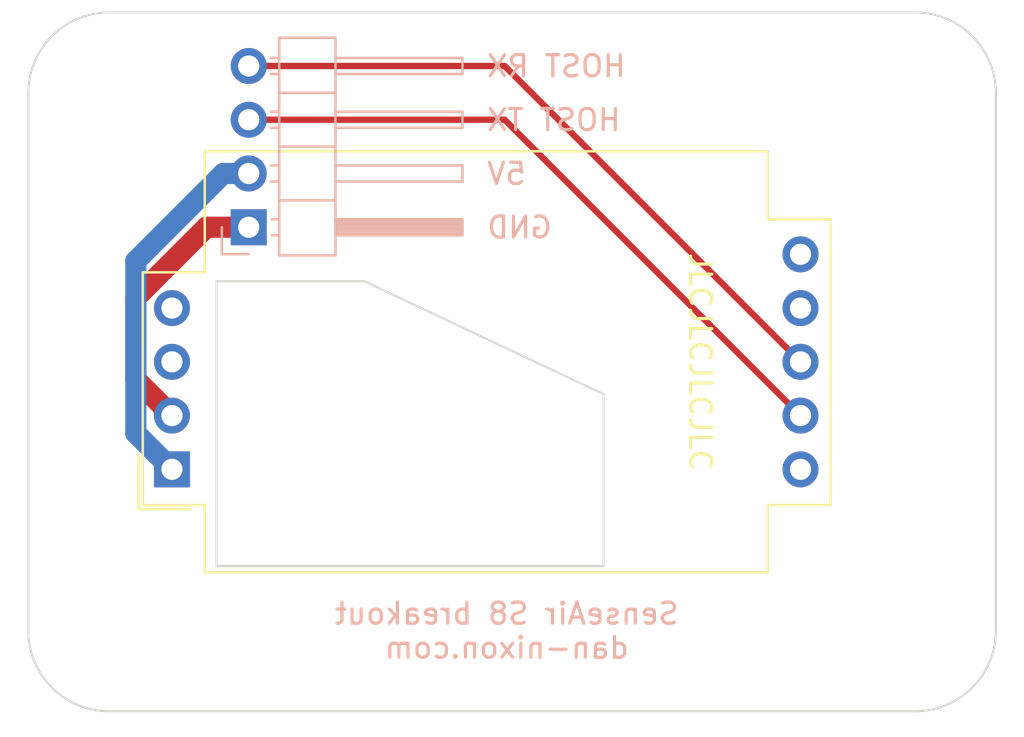
<source format=kicad_pcb>
(kicad_pcb (version 20221018) (generator pcbnew)
  (layers (0 "F.Cu" signal) (31 "B.Cu" signal) (34 "B.Paste" user) (35 "F.Paste" user) (36 "B.SilkS" user "B.Silkscreen") (37 "F.SilkS" user "F.Silkscreen") (38 "B.Mask" user) (39 "F.Mask" user) (44 "Edge.Cuts" user))
  (net 0 "")
  (net 1 "GND")
  (net 2 "+5V")
  (net 3 "/UART_TX")
  (net 4 "/UART_RX")
  (footprint "MountingHole:MountingHole_3.2mm_M3" (layer "F.Cu") (at 88.9 114.3)
    (fp_text reference "H2" hide)
    (fp_text value "MountingHole")
    (pad "" np_thru_hole circle (at 0 0) (size 3.2 3.2) (drill 3.2) (layers "*.Cu" "*.Mask"))
  )
  (footprint "MountingHole:MountingHole_3.2mm_M3" (layer "F.Cu") (at 127 88.9)
    (fp_text reference "H3" hide)
    (fp_text value "MountingHole")
    (pad "" np_thru_hole circle (at 0 0) (size 3.2 3.2) (drill 3.2) (layers "*.Cu" "*.Mask"))
  )
  (footprint "Sensor:Senseair_S8_Down" (layer "F.Cu") (at 91.8775 106.68)
    (fp_text reference "U1" hide)
    (fp_text value "004-0-0053")
    (fp_line (start -1.58 1.89) (end -1.58 -0.68) (stroke (width 0.12)) (layer "F.SilkS"))
    (fp_line (start -1.38 -9.31) (end -1.38 1.69) (stroke (width 0.12)) (layer "F.SilkS"))
    (fp_line (start 0.85 1.89) (end -1.58 1.89) (stroke (width 0.12)) (layer "F.SilkS"))
    (fp_line (start 1.55 -9.31) (end -1.38 -9.31) (stroke (width 0.12)) (layer "F.SilkS"))
    (fp_line (start 1.55 -9.31) (end 1.55 -15.03) (stroke (width 0.12)) (layer "F.SilkS"))
    (fp_line (start 1.55 1.69) (end -1.38 1.69) (stroke (width 0.12)) (layer "F.SilkS"))
    (fp_line (start 1.55 4.87) (end 1.55 1.69) (stroke (width 0.12)) (layer "F.SilkS"))
    (fp_line (start 1.55 4.87) (end 28.15 4.87) (stroke (width 0.12)) (layer "F.SilkS"))
    (fp_line (start 28.15 -15.03) (end 1.55 -15.03) (stroke (width 0.12)) (layer "F.SilkS"))
    (fp_line (start 28.15 -15.03) (end 28.15 -11.81) (stroke (width 0.12)) (layer "F.SilkS"))
    (fp_line (start 28.15 1.69) (end 28.15 4.87) (stroke (width 0.12)) (layer "F.SilkS"))
    (fp_line (start 31.12 -11.81) (end 28.15 -11.81) (stroke (width 0.12)) (layer "F.SilkS"))
    (fp_line (start 31.12 -11.81) (end 31.12 1.69) (stroke (width 0.12)) (layer "F.SilkS"))
    (fp_line (start 31.12 1.69) (end 28.15 1.69) (stroke (width 0.12)) (layer "F.SilkS"))
    (pad "1" thru_hole rect (at 0 0) (size 1.7 1.7) (drill 1) (layers "*.Cu" "*.Mask") (net 2 "+5V"))
    (pad "2" thru_hole circle (at 0 -2.54) (size 1.7 1.7) (drill 1) (layers "*.Cu" "*.Mask") (net 1 "GND"))
    (pad "3" thru_hole circle (at 0 -5.08) (size 1.7 1.7) (drill 1) (layers "*.Cu" "*.Mask"))
    (pad "4" thru_hole circle (at 0 -7.62) (size 1.7 1.7) (drill 1) (layers "*.Cu" "*.Mask"))
    (pad "5" thru_hole circle (at 29.7 -10.16) (size 1.7 1.7) (drill 1) (layers "*.Cu" "*.Mask"))
    (pad "6" thru_hole circle (at 29.7 -7.62) (size 1.7 1.7) (drill 1) (layers "*.Cu" "*.Mask"))
    (pad "7" thru_hole circle (at 29.7 -5.08) (size 1.7 1.7) (drill 1) (layers "*.Cu" "*.Mask") (net 4 "/UART_RX"))
    (pad "8" thru_hole circle (at 29.7 -2.54) (size 1.7 1.7) (drill 1) (layers "*.Cu" "*.Mask") (net 3 "/UART_TX"))
    (pad "9" thru_hole circle (at 29.7 0) (size 1.7 1.7) (drill 1) (layers "*.Cu" "*.Mask"))
  )
  (footprint "MountingHole:MountingHole_3.2mm_M3" (layer "F.Cu") (at 88.9 88.9)
    (fp_text reference "H1" hide)
    (fp_text value "MountingHole")
    (pad "" np_thru_hole circle (at 0 0) (size 3.2 3.2) (drill 3.2) (layers "*.Cu" "*.Mask"))
  )
  (footprint "MountingHole:MountingHole_3.2mm_M3" (layer "F.Cu") (at 127 114.3)
    (fp_text reference "H4" hide)
    (fp_text value "MountingHole")
    (pad "" np_thru_hole circle (at 0 0) (size 3.2 3.2) (drill 3.2) (layers "*.Cu" "*.Mask"))
  )
  (footprint "Connector_PinHeader_2.54mm:PinHeader_1x04_P2.54mm_Horizontal" (layer "B.Cu") (at 95.504 95.24)
    (fp_text reference "J1" hide)
    (fp_text value "Conn_01x04")
    (fp_line (start -1.27 0) (end -1.27 1.27) (stroke (width 0.12)) (layer "B.SilkS"))
    (fp_line (start -1.27 1.27) (end 0 1.27) (stroke (width 0.12)) (layer "B.SilkS"))
    (fp_line (start 1.042929 -8) (end 1.44 -8) (stroke (width 0.12)) (layer "B.SilkS"))
    (fp_line (start 1.042929 -7.24) (end 1.44 -7.24) (stroke (width 0.12)) (layer "B.SilkS"))
    (fp_line (start 1.042929 -5.46) (end 1.44 -5.46) (stroke (width 0.12)) (layer "B.SilkS"))
    (fp_line (start 1.042929 -4.7) (end 1.44 -4.7) (stroke (width 0.12)) (layer "B.SilkS"))
    (fp_line (start 1.042929 -2.92) (end 1.44 -2.92) (stroke (width 0.12)) (layer "B.SilkS"))
    (fp_line (start 1.042929 -2.16) (end 1.44 -2.16) (stroke (width 0.12)) (layer "B.SilkS"))
    (fp_line (start 1.11 -0.38) (end 1.44 -0.38) (stroke (width 0.12)) (layer "B.SilkS"))
    (fp_line (start 1.11 0.38) (end 1.44 0.38) (stroke (width 0.12)) (layer "B.SilkS"))
    (fp_line (start 1.44 -8.95) (end 4.1 -8.95) (stroke (width 0.12)) (layer "B.SilkS"))
    (fp_line (start 1.44 -6.35) (end 4.1 -6.35) (stroke (width 0.12)) (layer "B.SilkS"))
    (fp_line (start 1.44 -3.81) (end 4.1 -3.81) (stroke (width 0.12)) (layer "B.SilkS"))
    (fp_line (start 1.44 -1.27) (end 4.1 -1.27) (stroke (width 0.12)) (layer "B.SilkS"))
    (fp_line (start 1.44 1.33) (end 1.44 -8.95) (stroke (width 0.12)) (layer "B.SilkS"))
    (fp_line (start 4.1 -8.95) (end 4.1 1.33) (stroke (width 0.12)) (layer "B.SilkS"))
    (fp_line (start 4.1 -7.24) (end 10.1 -7.24) (stroke (width 0.12)) (layer "B.SilkS"))
    (fp_line (start 4.1 -4.7) (end 10.1 -4.7) (stroke (width 0.12)) (layer "B.SilkS"))
    (fp_line (start 4.1 -2.16) (end 10.1 -2.16) (stroke (width 0.12)) (layer "B.SilkS"))
    (fp_line (start 4.1 -0.28) (end 10.1 -0.28) (stroke (width 0.12)) (layer "B.SilkS"))
    (fp_line (start 4.1 -0.16) (end 10.1 -0.16) (stroke (width 0.12)) (layer "B.SilkS"))
    (fp_line (start 4.1 -0.04) (end 10.1 -0.04) (stroke (width 0.12)) (layer "B.SilkS"))
    (fp_line (start 4.1 0.08) (end 10.1 0.08) (stroke (width 0.12)) (layer "B.SilkS"))
    (fp_line (start 4.1 0.2) (end 10.1 0.2) (stroke (width 0.12)) (layer "B.SilkS"))
    (fp_line (start 4.1 0.32) (end 10.1 0.32) (stroke (width 0.12)) (layer "B.SilkS"))
    (fp_line (start 4.1 0.38) (end 10.1 0.38) (stroke (width 0.12)) (layer "B.SilkS"))
    (fp_line (start 4.1 1.33) (end 1.44 1.33) (stroke (width 0.12)) (layer "B.SilkS"))
    (fp_line (start 10.1 -8) (end 4.1 -8) (stroke (width 0.12)) (layer "B.SilkS"))
    (fp_line (start 10.1 -7.24) (end 10.1 -8) (stroke (width 0.12)) (layer "B.SilkS"))
    (fp_line (start 10.1 -5.46) (end 4.1 -5.46) (stroke (width 0.12)) (layer "B.SilkS"))
    (fp_line (start 10.1 -4.7) (end 10.1 -5.46) (stroke (width 0.12)) (layer "B.SilkS"))
    (fp_line (start 10.1 -2.92) (end 4.1 -2.92) (stroke (width 0.12)) (layer "B.SilkS"))
    (fp_line (start 10.1 -2.16) (end 10.1 -2.92) (stroke (width 0.12)) (layer "B.SilkS"))
    (fp_line (start 10.1 -0.38) (end 4.1 -0.38) (stroke (width 0.12)) (layer "B.SilkS"))
    (fp_line (start 10.1 0.38) (end 10.1 -0.38) (stroke (width 0.12)) (layer "B.SilkS"))
    (pad "1" thru_hole rect (at 0 0) (size 1.7 1.7) (drill 1) (layers "*.Cu" "*.Mask") (net 1 "GND"))
    (pad "2" thru_hole oval (at 0 -2.54) (size 1.7 1.7) (drill 1) (layers "*.Cu" "*.Mask") (net 2 "+5V"))
    (pad "3" thru_hole oval (at 0 -5.08) (size 1.7 1.7) (drill 1) (layers "*.Cu" "*.Mask") (net 3 "/UART_TX"))
    (pad "4" thru_hole oval (at 0 -7.62) (size 1.7 1.7) (drill 1) (layers "*.Cu" "*.Mask") (net 4 "/UART_RX"))
  )
  (gr_line (start 88.9 85.09) (end 127 85.09) (stroke (width 0.1)) (layer "Edge.Cuts"))
  (gr_line (start 93.98 111.252) (end 93.98 97.79) (stroke (width 0.1)) (layer "Edge.Cuts"))
  (gr_line (start 112.268 103.124) (end 112.268 111.252) (stroke (width 0.1)) (layer "Edge.Cuts"))
  (gr_arc (start 127 85.09) (mid 129.694077 86.205923) (end 130.81 88.9) (stroke (width 0.1)) (layer "Edge.Cuts"))
  (gr_line (start 85.09 114.3) (end 85.09 88.9) (stroke (width 0.1)) (layer "Edge.Cuts"))
  (gr_line (start 130.81 88.9) (end 130.81 114.3) (stroke (width 0.1)) (layer "Edge.Cuts"))
  (gr_arc (start 130.81 114.3) (mid 129.694077 116.994077) (end 127 118.11) (stroke (width 0.1)) (layer "Edge.Cuts"))
  (gr_line (start 93.98 97.79) (end 100.965 97.79) (stroke (width 0.1)) (layer "Edge.Cuts"))
  (gr_line (start 100.965 97.79) (end 112.268 103.124) (stroke (width 0.1)) (layer "Edge.Cuts"))
  (gr_arc (start 85.09 88.9) (mid 86.205923 86.205923) (end 88.9 85.09) (stroke (width 0.1)) (layer "Edge.Cuts"))
  (gr_line (start 127 118.11) (end 88.9 118.11) (stroke (width 0.1)) (layer "Edge.Cuts"))
  (gr_arc (start 88.9 118.11) (mid 86.205923 116.994077) (end 85.09 114.3) (stroke (width 0.1)) (layer "Edge.Cuts"))
  (gr_line (start 112.268 111.252) (end 93.98 111.252) (stroke (width 0.1)) (layer "Edge.Cuts"))
  (gr_text "5V" (at 106.68 92.71) (layer "B.SilkS") (effects (font (size 1 1)) (justify right mirror)))
  (gr_text "HOST RX" (at 106.68 87.63) (layer "B.SilkS") (effects (font (size 1 1)) (justify right mirror)))
  (gr_text "SenseAir S8 breakout\ndan-nixon.com" (at 107.696 114.3) (layer "B.SilkS") (effects (font (size 1 1)) (justify mirror)))
  (gr_text "HOST TX" (at 106.68 90.17) (layer "B.SilkS") (effects (font (size 1 1)) (justify right mirror)))
  (gr_text "GND" (at 106.68 95.25) (layer "B.SilkS") (effects (font (size 1 1)) (justify right mirror)))
  (gr_text "JLCJLCJLCJLC" (at 116.84 101.6 -90) (layer "F.SilkS") (effects (font (size 1 1))))
  (segment (start 95.504 95.24) (end 93.505468 95.24) (width 1) (layer "F.Cu") (net 1))
  (segment (start 90.17 98.575468) (end 90.17 102.4325) (width 1) (layer "F.Cu") (net 1))
  (segment (start 93.505468 95.24) (end 90.17 98.575468) (width 1) (layer "F.Cu") (net 1))
  (segment (start 90.17 102.4325) (end 91.8775 104.14) (width 1) (layer "F.Cu") (net 1))
  (segment (start 95.504 92.7) (end 94.301919 92.7) (width 1) (layer "B.Cu") (net 2))
  (segment (start 94.301919 92.7) (end 90.17 96.831919) (width 1) (layer "B.Cu") (net 2))
  (segment (start 90.17 96.831919) (end 90.17 104.9725) (width 1) (layer "B.Cu") (net 2))
  (segment (start 90.17 104.9725) (end 91.8775 106.68) (width 1) (layer "B.Cu") (net 2))
  (segment (start 121.5775 104.14) (end 107.5975 90.16) (width 0.3) (layer "F.Cu") (net 3))
  (segment (start 107.5975 90.16) (end 95.504 90.16) (width 0.3) (layer "F.Cu") (net 3))
  (segment (start 107.5975 87.62) (end 95.504 87.62) (width 0.3) (layer "F.Cu") (net 4))
  (segment (start 121.5775 101.6) (end 107.5975 87.62) (width 0.3) (layer "F.Cu") (net 4))
)
</source>
